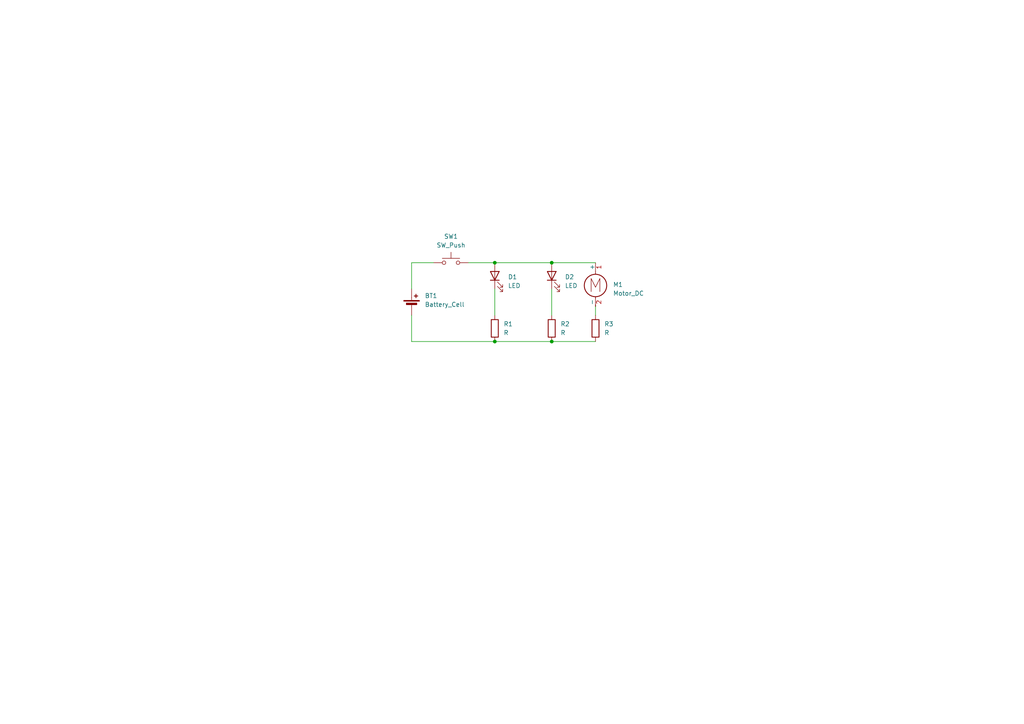
<source format=kicad_sch>
(kicad_sch
	(version 20250114)
	(generator "eeschema")
	(generator_version "9.0")
	(uuid "09e155f9-fa91-4a06-bd65-8f8f75215277")
	(paper "A4")
	(lib_symbols
		(symbol "Device:Battery_Cell"
			(pin_numbers
				(hide yes)
			)
			(pin_names
				(offset 0)
				(hide yes)
			)
			(exclude_from_sim no)
			(in_bom yes)
			(on_board yes)
			(property "Reference" "BT"
				(at 2.54 2.54 0)
				(effects
					(font
						(size 1.27 1.27)
					)
					(justify left)
				)
			)
			(property "Value" "Battery_Cell"
				(at 2.54 0 0)
				(effects
					(font
						(size 1.27 1.27)
					)
					(justify left)
				)
			)
			(property "Footprint" ""
				(at 0 1.524 90)
				(effects
					(font
						(size 1.27 1.27)
					)
					(hide yes)
				)
			)
			(property "Datasheet" "~"
				(at 0 1.524 90)
				(effects
					(font
						(size 1.27 1.27)
					)
					(hide yes)
				)
			)
			(property "Description" "Single-cell battery"
				(at 0 0 0)
				(effects
					(font
						(size 1.27 1.27)
					)
					(hide yes)
				)
			)
			(property "ki_keywords" "battery cell"
				(at 0 0 0)
				(effects
					(font
						(size 1.27 1.27)
					)
					(hide yes)
				)
			)
			(symbol "Battery_Cell_0_1"
				(rectangle
					(start -2.286 1.778)
					(end 2.286 1.524)
					(stroke
						(width 0)
						(type default)
					)
					(fill
						(type outline)
					)
				)
				(rectangle
					(start -1.524 1.016)
					(end 1.524 0.508)
					(stroke
						(width 0)
						(type default)
					)
					(fill
						(type outline)
					)
				)
				(polyline
					(pts
						(xy 0 1.778) (xy 0 2.54)
					)
					(stroke
						(width 0)
						(type default)
					)
					(fill
						(type none)
					)
				)
				(polyline
					(pts
						(xy 0 0.762) (xy 0 0)
					)
					(stroke
						(width 0)
						(type default)
					)
					(fill
						(type none)
					)
				)
				(polyline
					(pts
						(xy 0.762 3.048) (xy 1.778 3.048)
					)
					(stroke
						(width 0.254)
						(type default)
					)
					(fill
						(type none)
					)
				)
				(polyline
					(pts
						(xy 1.27 3.556) (xy 1.27 2.54)
					)
					(stroke
						(width 0.254)
						(type default)
					)
					(fill
						(type none)
					)
				)
			)
			(symbol "Battery_Cell_1_1"
				(pin passive line
					(at 0 5.08 270)
					(length 2.54)
					(name "+"
						(effects
							(font
								(size 1.27 1.27)
							)
						)
					)
					(number "1"
						(effects
							(font
								(size 1.27 1.27)
							)
						)
					)
				)
				(pin passive line
					(at 0 -2.54 90)
					(length 2.54)
					(name "-"
						(effects
							(font
								(size 1.27 1.27)
							)
						)
					)
					(number "2"
						(effects
							(font
								(size 1.27 1.27)
							)
						)
					)
				)
			)
			(embedded_fonts no)
		)
		(symbol "Device:LED"
			(pin_numbers
				(hide yes)
			)
			(pin_names
				(offset 1.016)
				(hide yes)
			)
			(exclude_from_sim no)
			(in_bom yes)
			(on_board yes)
			(property "Reference" "D"
				(at 0 2.54 0)
				(effects
					(font
						(size 1.27 1.27)
					)
				)
			)
			(property "Value" "LED"
				(at 0 -2.54 0)
				(effects
					(font
						(size 1.27 1.27)
					)
				)
			)
			(property "Footprint" ""
				(at 0 0 0)
				(effects
					(font
						(size 1.27 1.27)
					)
					(hide yes)
				)
			)
			(property "Datasheet" "~"
				(at 0 0 0)
				(effects
					(font
						(size 1.27 1.27)
					)
					(hide yes)
				)
			)
			(property "Description" "Light emitting diode"
				(at 0 0 0)
				(effects
					(font
						(size 1.27 1.27)
					)
					(hide yes)
				)
			)
			(property "Sim.Pins" "1=K 2=A"
				(at 0 0 0)
				(effects
					(font
						(size 1.27 1.27)
					)
					(hide yes)
				)
			)
			(property "ki_keywords" "LED diode"
				(at 0 0 0)
				(effects
					(font
						(size 1.27 1.27)
					)
					(hide yes)
				)
			)
			(property "ki_fp_filters" "LED* LED_SMD:* LED_THT:*"
				(at 0 0 0)
				(effects
					(font
						(size 1.27 1.27)
					)
					(hide yes)
				)
			)
			(symbol "LED_0_1"
				(polyline
					(pts
						(xy -3.048 -0.762) (xy -4.572 -2.286) (xy -3.81 -2.286) (xy -4.572 -2.286) (xy -4.572 -1.524)
					)
					(stroke
						(width 0)
						(type default)
					)
					(fill
						(type none)
					)
				)
				(polyline
					(pts
						(xy -1.778 -0.762) (xy -3.302 -2.286) (xy -2.54 -2.286) (xy -3.302 -2.286) (xy -3.302 -1.524)
					)
					(stroke
						(width 0)
						(type default)
					)
					(fill
						(type none)
					)
				)
				(polyline
					(pts
						(xy -1.27 0) (xy 1.27 0)
					)
					(stroke
						(width 0)
						(type default)
					)
					(fill
						(type none)
					)
				)
				(polyline
					(pts
						(xy -1.27 -1.27) (xy -1.27 1.27)
					)
					(stroke
						(width 0.254)
						(type default)
					)
					(fill
						(type none)
					)
				)
				(polyline
					(pts
						(xy 1.27 -1.27) (xy 1.27 1.27) (xy -1.27 0) (xy 1.27 -1.27)
					)
					(stroke
						(width 0.254)
						(type default)
					)
					(fill
						(type none)
					)
				)
			)
			(symbol "LED_1_1"
				(pin passive line
					(at -3.81 0 0)
					(length 2.54)
					(name "K"
						(effects
							(font
								(size 1.27 1.27)
							)
						)
					)
					(number "1"
						(effects
							(font
								(size 1.27 1.27)
							)
						)
					)
				)
				(pin passive line
					(at 3.81 0 180)
					(length 2.54)
					(name "A"
						(effects
							(font
								(size 1.27 1.27)
							)
						)
					)
					(number "2"
						(effects
							(font
								(size 1.27 1.27)
							)
						)
					)
				)
			)
			(embedded_fonts no)
		)
		(symbol "Device:R"
			(pin_numbers
				(hide yes)
			)
			(pin_names
				(offset 0)
			)
			(exclude_from_sim no)
			(in_bom yes)
			(on_board yes)
			(property "Reference" "R"
				(at 2.032 0 90)
				(effects
					(font
						(size 1.27 1.27)
					)
				)
			)
			(property "Value" "R"
				(at 0 0 90)
				(effects
					(font
						(size 1.27 1.27)
					)
				)
			)
			(property "Footprint" ""
				(at -1.778 0 90)
				(effects
					(font
						(size 1.27 1.27)
					)
					(hide yes)
				)
			)
			(property "Datasheet" "~"
				(at 0 0 0)
				(effects
					(font
						(size 1.27 1.27)
					)
					(hide yes)
				)
			)
			(property "Description" "Resistor"
				(at 0 0 0)
				(effects
					(font
						(size 1.27 1.27)
					)
					(hide yes)
				)
			)
			(property "ki_keywords" "R res resistor"
				(at 0 0 0)
				(effects
					(font
						(size 1.27 1.27)
					)
					(hide yes)
				)
			)
			(property "ki_fp_filters" "R_*"
				(at 0 0 0)
				(effects
					(font
						(size 1.27 1.27)
					)
					(hide yes)
				)
			)
			(symbol "R_0_1"
				(rectangle
					(start -1.016 -2.54)
					(end 1.016 2.54)
					(stroke
						(width 0.254)
						(type default)
					)
					(fill
						(type none)
					)
				)
			)
			(symbol "R_1_1"
				(pin passive line
					(at 0 3.81 270)
					(length 1.27)
					(name "~"
						(effects
							(font
								(size 1.27 1.27)
							)
						)
					)
					(number "1"
						(effects
							(font
								(size 1.27 1.27)
							)
						)
					)
				)
				(pin passive line
					(at 0 -3.81 90)
					(length 1.27)
					(name "~"
						(effects
							(font
								(size 1.27 1.27)
							)
						)
					)
					(number "2"
						(effects
							(font
								(size 1.27 1.27)
							)
						)
					)
				)
			)
			(embedded_fonts no)
		)
		(symbol "Motor:Motor_DC"
			(pin_names
				(offset 0)
			)
			(exclude_from_sim no)
			(in_bom yes)
			(on_board yes)
			(property "Reference" "M"
				(at 2.54 2.54 0)
				(effects
					(font
						(size 1.27 1.27)
					)
					(justify left)
				)
			)
			(property "Value" "Motor_DC"
				(at 2.54 -5.08 0)
				(effects
					(font
						(size 1.27 1.27)
					)
					(justify left top)
				)
			)
			(property "Footprint" ""
				(at 0 -2.286 0)
				(effects
					(font
						(size 1.27 1.27)
					)
					(hide yes)
				)
			)
			(property "Datasheet" "~"
				(at 0 -2.286 0)
				(effects
					(font
						(size 1.27 1.27)
					)
					(hide yes)
				)
			)
			(property "Description" "DC Motor"
				(at 0 0 0)
				(effects
					(font
						(size 1.27 1.27)
					)
					(hide yes)
				)
			)
			(property "ki_keywords" "DC Motor"
				(at 0 0 0)
				(effects
					(font
						(size 1.27 1.27)
					)
					(hide yes)
				)
			)
			(property "ki_fp_filters" "PinHeader*P2.54mm* TerminalBlock*"
				(at 0 0 0)
				(effects
					(font
						(size 1.27 1.27)
					)
					(hide yes)
				)
			)
			(symbol "Motor_DC_0_0"
				(polyline
					(pts
						(xy -1.27 -3.302) (xy -1.27 0.508) (xy 0 -2.032) (xy 1.27 0.508) (xy 1.27 -3.302)
					)
					(stroke
						(width 0)
						(type default)
					)
					(fill
						(type none)
					)
				)
			)
			(symbol "Motor_DC_0_1"
				(polyline
					(pts
						(xy 0 2.032) (xy 0 2.54)
					)
					(stroke
						(width 0)
						(type default)
					)
					(fill
						(type none)
					)
				)
				(polyline
					(pts
						(xy 0 1.7272) (xy 0 2.0828)
					)
					(stroke
						(width 0)
						(type default)
					)
					(fill
						(type none)
					)
				)
				(circle
					(center 0 -1.524)
					(radius 3.2512)
					(stroke
						(width 0.254)
						(type default)
					)
					(fill
						(type none)
					)
				)
				(polyline
					(pts
						(xy 0 -4.7752) (xy 0 -5.1816)
					)
					(stroke
						(width 0)
						(type default)
					)
					(fill
						(type none)
					)
				)
				(polyline
					(pts
						(xy 0 -7.62) (xy 0 -7.112)
					)
					(stroke
						(width 0)
						(type default)
					)
					(fill
						(type none)
					)
				)
			)
			(symbol "Motor_DC_1_1"
				(pin passive line
					(at 0 5.08 270)
					(length 2.54)
					(name "+"
						(effects
							(font
								(size 1.27 1.27)
							)
						)
					)
					(number "1"
						(effects
							(font
								(size 1.27 1.27)
							)
						)
					)
				)
				(pin passive line
					(at 0 -7.62 90)
					(length 2.54)
					(name "-"
						(effects
							(font
								(size 1.27 1.27)
							)
						)
					)
					(number "2"
						(effects
							(font
								(size 1.27 1.27)
							)
						)
					)
				)
			)
			(embedded_fonts no)
		)
		(symbol "Switch:SW_Push"
			(pin_numbers
				(hide yes)
			)
			(pin_names
				(offset 1.016)
				(hide yes)
			)
			(exclude_from_sim no)
			(in_bom yes)
			(on_board yes)
			(property "Reference" "SW"
				(at 1.27 2.54 0)
				(effects
					(font
						(size 1.27 1.27)
					)
					(justify left)
				)
			)
			(property "Value" "SW_Push"
				(at 0 -1.524 0)
				(effects
					(font
						(size 1.27 1.27)
					)
				)
			)
			(property "Footprint" ""
				(at 0 5.08 0)
				(effects
					(font
						(size 1.27 1.27)
					)
					(hide yes)
				)
			)
			(property "Datasheet" "~"
				(at 0 5.08 0)
				(effects
					(font
						(size 1.27 1.27)
					)
					(hide yes)
				)
			)
			(property "Description" "Push button switch, generic, two pins"
				(at 0 0 0)
				(effects
					(font
						(size 1.27 1.27)
					)
					(hide yes)
				)
			)
			(property "ki_keywords" "switch normally-open pushbutton push-button"
				(at 0 0 0)
				(effects
					(font
						(size 1.27 1.27)
					)
					(hide yes)
				)
			)
			(symbol "SW_Push_0_1"
				(circle
					(center -2.032 0)
					(radius 0.508)
					(stroke
						(width 0)
						(type default)
					)
					(fill
						(type none)
					)
				)
				(polyline
					(pts
						(xy 0 1.27) (xy 0 3.048)
					)
					(stroke
						(width 0)
						(type default)
					)
					(fill
						(type none)
					)
				)
				(circle
					(center 2.032 0)
					(radius 0.508)
					(stroke
						(width 0)
						(type default)
					)
					(fill
						(type none)
					)
				)
				(polyline
					(pts
						(xy 2.54 1.27) (xy -2.54 1.27)
					)
					(stroke
						(width 0)
						(type default)
					)
					(fill
						(type none)
					)
				)
				(pin passive line
					(at -5.08 0 0)
					(length 2.54)
					(name "1"
						(effects
							(font
								(size 1.27 1.27)
							)
						)
					)
					(number "1"
						(effects
							(font
								(size 1.27 1.27)
							)
						)
					)
				)
				(pin passive line
					(at 5.08 0 180)
					(length 2.54)
					(name "2"
						(effects
							(font
								(size 1.27 1.27)
							)
						)
					)
					(number "2"
						(effects
							(font
								(size 1.27 1.27)
							)
						)
					)
				)
			)
			(embedded_fonts no)
		)
	)
	(junction
		(at 143.51 76.2)
		(diameter 0)
		(color 0 0 0 0)
		(uuid "3295ce3c-c3cf-4071-b0d6-b0ae7fded95a")
	)
	(junction
		(at 160.02 99.06)
		(diameter 0)
		(color 0 0 0 0)
		(uuid "6cb867d6-e0c8-414c-b6e7-f452e3efc1f9")
	)
	(junction
		(at 143.51 99.06)
		(diameter 0)
		(color 0 0 0 0)
		(uuid "79982b54-a02a-492d-b7d0-922b44c34cba")
	)
	(junction
		(at 160.02 76.2)
		(diameter 0)
		(color 0 0 0 0)
		(uuid "d7872a91-dffe-44eb-8d6d-1d438f375b6a")
	)
	(wire
		(pts
			(xy 143.51 99.06) (xy 160.02 99.06)
		)
		(stroke
			(width 0)
			(type default)
		)
		(uuid "06d2d433-dd7b-49da-8ec0-e0b9ecf42da6")
	)
	(wire
		(pts
			(xy 160.02 83.82) (xy 160.02 91.44)
		)
		(stroke
			(width 0)
			(type default)
		)
		(uuid "1f1b706a-8000-4465-93e5-ce6d1ccde449")
	)
	(wire
		(pts
			(xy 143.51 76.2) (xy 160.02 76.2)
		)
		(stroke
			(width 0)
			(type default)
		)
		(uuid "336f764d-708e-41c1-8307-4290e980f68a")
	)
	(wire
		(pts
			(xy 160.02 76.2) (xy 172.72 76.2)
		)
		(stroke
			(width 0)
			(type default)
		)
		(uuid "603f4474-4de6-46f9-a81b-05bcb5b3be8c")
	)
	(wire
		(pts
			(xy 119.38 91.44) (xy 119.38 99.06)
		)
		(stroke
			(width 0)
			(type default)
		)
		(uuid "7ab0fa4d-46e5-4f11-b4c9-9cf871abc580")
	)
	(wire
		(pts
			(xy 172.72 88.9) (xy 172.72 91.44)
		)
		(stroke
			(width 0)
			(type default)
		)
		(uuid "7e325b7d-7e7c-409f-a1fb-3ec204f2065d")
	)
	(wire
		(pts
			(xy 135.89 76.2) (xy 143.51 76.2)
		)
		(stroke
			(width 0)
			(type default)
		)
		(uuid "8d4f3727-bac3-4c64-9e21-54b8937f8bdd")
	)
	(wire
		(pts
			(xy 119.38 83.82) (xy 119.38 76.2)
		)
		(stroke
			(width 0)
			(type default)
		)
		(uuid "a6f30774-5f7d-4022-aa9c-7ecf138fc232")
	)
	(wire
		(pts
			(xy 160.02 99.06) (xy 172.72 99.06)
		)
		(stroke
			(width 0)
			(type default)
		)
		(uuid "b089d2d5-b044-4448-8f85-19fe2c241ff9")
	)
	(wire
		(pts
			(xy 143.51 83.82) (xy 143.51 91.44)
		)
		(stroke
			(width 0)
			(type default)
		)
		(uuid "b7076d31-b938-4bab-85ac-d0b6648e20bd")
	)
	(wire
		(pts
			(xy 119.38 99.06) (xy 143.51 99.06)
		)
		(stroke
			(width 0)
			(type default)
		)
		(uuid "d3d1d38c-5eea-4448-82ba-7b0791ced432")
	)
	(wire
		(pts
			(xy 119.38 76.2) (xy 125.73 76.2)
		)
		(stroke
			(width 0)
			(type default)
		)
		(uuid "df9fbfc4-c331-4306-8223-2b5fa32bcfd9")
	)
	(symbol
		(lib_id "Device:Battery_Cell")
		(at 119.38 88.9 0)
		(unit 1)
		(exclude_from_sim no)
		(in_bom yes)
		(on_board yes)
		(dnp no)
		(fields_autoplaced yes)
		(uuid "0db9d740-6784-48af-a745-6a365552b354")
		(property "Reference" "BT1"
			(at 123.19 85.7884 0)
			(effects
				(font
					(size 1.27 1.27)
				)
				(justify left)
			)
		)
		(property "Value" "Battery_Cell"
			(at 123.19 88.3284 0)
			(effects
				(font
					(size 1.27 1.27)
				)
				(justify left)
			)
		)
		(property "Footprint" "Battery:BatteryHolder_Keystone_3034_1x20mm"
			(at 119.38 87.376 90)
			(effects
				(font
					(size 1.27 1.27)
				)
				(hide yes)
			)
		)
		(property "Datasheet" "~"
			(at 119.38 87.376 90)
			(effects
				(font
					(size 1.27 1.27)
				)
				(hide yes)
			)
		)
		(property "Description" "Single-cell battery"
			(at 119.38 88.9 0)
			(effects
				(font
					(size 1.27 1.27)
				)
				(hide yes)
			)
		)
		(pin "2"
			(uuid "e4179f3e-ff08-4a46-9e98-020498ab61ab")
		)
		(pin "1"
			(uuid "0c253970-be8f-4c85-8ae6-28397ee1deda")
		)
		(instances
			(project ""
				(path "/09e155f9-fa91-4a06-bd65-8f8f75215277"
					(reference "BT1")
					(unit 1)
				)
			)
		)
	)
	(symbol
		(lib_id "Device:R")
		(at 172.72 95.25 0)
		(unit 1)
		(exclude_from_sim no)
		(in_bom yes)
		(on_board yes)
		(dnp no)
		(fields_autoplaced yes)
		(uuid "324f9d0e-70f6-4207-b64a-44005808a80c")
		(property "Reference" "R3"
			(at 175.26 93.9799 0)
			(effects
				(font
					(size 1.27 1.27)
				)
				(justify left)
			)
		)
		(property "Value" "R"
			(at 175.26 96.5199 0)
			(effects
				(font
					(size 1.27 1.27)
				)
				(justify left)
			)
		)
		(property "Footprint" "Resistor_THT:R_Axial_DIN0207_L6.3mm_D2.5mm_P7.62mm_Horizontal"
			(at 170.942 95.25 90)
			(effects
				(font
					(size 1.27 1.27)
				)
				(hide yes)
			)
		)
		(property "Datasheet" "~"
			(at 172.72 95.25 0)
			(effects
				(font
					(size 1.27 1.27)
				)
				(hide yes)
			)
		)
		(property "Description" "Resistor"
			(at 172.72 95.25 0)
			(effects
				(font
					(size 1.27 1.27)
				)
				(hide yes)
			)
		)
		(pin "1"
			(uuid "54f9178c-9174-4348-bba1-30b6615f2b06")
		)
		(pin "2"
			(uuid "96c4bee8-463c-4fdd-9dd2-e289c0e9663d")
		)
		(instances
			(project ""
				(path "/09e155f9-fa91-4a06-bd65-8f8f75215277"
					(reference "R3")
					(unit 1)
				)
			)
		)
	)
	(symbol
		(lib_id "Device:R")
		(at 160.02 95.25 0)
		(unit 1)
		(exclude_from_sim no)
		(in_bom yes)
		(on_board yes)
		(dnp no)
		(fields_autoplaced yes)
		(uuid "5da1656f-aa08-40fb-8eab-c997354e7955")
		(property "Reference" "R2"
			(at 162.56 93.9799 0)
			(effects
				(font
					(size 1.27 1.27)
				)
				(justify left)
			)
		)
		(property "Value" "R"
			(at 162.56 96.5199 0)
			(effects
				(font
					(size 1.27 1.27)
				)
				(justify left)
			)
		)
		(property "Footprint" "Resistor_THT:R_Axial_DIN0207_L6.3mm_D2.5mm_P7.62mm_Horizontal"
			(at 158.242 95.25 90)
			(effects
				(font
					(size 1.27 1.27)
				)
				(hide yes)
			)
		)
		(property "Datasheet" "~"
			(at 160.02 95.25 0)
			(effects
				(font
					(size 1.27 1.27)
				)
				(hide yes)
			)
		)
		(property "Description" "Resistor"
			(at 160.02 95.25 0)
			(effects
				(font
					(size 1.27 1.27)
				)
				(hide yes)
			)
		)
		(pin "1"
			(uuid "fe98d8bc-75c5-4928-b092-054f39167067")
		)
		(pin "2"
			(uuid "bf8b5bf0-3e02-4b95-ab85-dc9c26d5b903")
		)
		(instances
			(project ""
				(path "/09e155f9-fa91-4a06-bd65-8f8f75215277"
					(reference "R2")
					(unit 1)
				)
			)
		)
	)
	(symbol
		(lib_id "Switch:SW_Push")
		(at 130.81 76.2 0)
		(unit 1)
		(exclude_from_sim no)
		(in_bom yes)
		(on_board yes)
		(dnp no)
		(fields_autoplaced yes)
		(uuid "72eb5660-4ab7-4096-8379-13653c4f5f71")
		(property "Reference" "SW1"
			(at 130.81 68.58 0)
			(effects
				(font
					(size 1.27 1.27)
				)
			)
		)
		(property "Value" "SW_Push"
			(at 130.81 71.12 0)
			(effects
				(font
					(size 1.27 1.27)
				)
			)
		)
		(property "Footprint" "Button_Switch_THT:SW_PUSH_6mm"
			(at 130.81 71.12 0)
			(effects
				(font
					(size 1.27 1.27)
				)
				(hide yes)
			)
		)
		(property "Datasheet" "~"
			(at 130.81 71.12 0)
			(effects
				(font
					(size 1.27 1.27)
				)
				(hide yes)
			)
		)
		(property "Description" "Push button switch, generic, two pins"
			(at 130.81 76.2 0)
			(effects
				(font
					(size 1.27 1.27)
				)
				(hide yes)
			)
		)
		(pin "1"
			(uuid "19b7bf8a-bcdc-4a14-b7a5-7b6696ba3dd1")
		)
		(pin "2"
			(uuid "7d32ead8-ef2a-4d43-a8c1-a1121e22902a")
		)
		(instances
			(project ""
				(path "/09e155f9-fa91-4a06-bd65-8f8f75215277"
					(reference "SW1")
					(unit 1)
				)
			)
		)
	)
	(symbol
		(lib_id "Device:LED")
		(at 143.51 80.01 90)
		(unit 1)
		(exclude_from_sim no)
		(in_bom yes)
		(on_board yes)
		(dnp no)
		(fields_autoplaced yes)
		(uuid "88df0337-d145-487b-8880-04cf2f926931")
		(property "Reference" "D1"
			(at 147.32 80.3274 90)
			(effects
				(font
					(size 1.27 1.27)
				)
				(justify right)
			)
		)
		(property "Value" "LED"
			(at 147.32 82.8674 90)
			(effects
				(font
					(size 1.27 1.27)
				)
				(justify right)
			)
		)
		(property "Footprint" "LED_THT:LED_D5.0mm"
			(at 143.51 80.01 0)
			(effects
				(font
					(size 1.27 1.27)
				)
				(hide yes)
			)
		)
		(property "Datasheet" "~"
			(at 143.51 80.01 0)
			(effects
				(font
					(size 1.27 1.27)
				)
				(hide yes)
			)
		)
		(property "Description" "Light emitting diode"
			(at 143.51 80.01 0)
			(effects
				(font
					(size 1.27 1.27)
				)
				(hide yes)
			)
		)
		(property "Sim.Pins" "1=K 2=A"
			(at 143.51 80.01 0)
			(effects
				(font
					(size 1.27 1.27)
				)
				(hide yes)
			)
		)
		(pin "2"
			(uuid "26769add-5cf4-4d92-ae14-89601f8a246e")
		)
		(pin "1"
			(uuid "12b9fab5-718d-4207-91f5-5448638a4884")
		)
		(instances
			(project ""
				(path "/09e155f9-fa91-4a06-bd65-8f8f75215277"
					(reference "D1")
					(unit 1)
				)
			)
		)
	)
	(symbol
		(lib_id "Device:R")
		(at 143.51 95.25 180)
		(unit 1)
		(exclude_from_sim no)
		(in_bom yes)
		(on_board yes)
		(dnp no)
		(fields_autoplaced yes)
		(uuid "983f54dd-e9bc-41b6-bc2c-9d4bd6fd1a31")
		(property "Reference" "R1"
			(at 146.05 93.9799 0)
			(effects
				(font
					(size 1.27 1.27)
				)
				(justify right)
			)
		)
		(property "Value" "R"
			(at 146.05 96.5199 0)
			(effects
				(font
					(size 1.27 1.27)
				)
				(justify right)
			)
		)
		(property "Footprint" "Resistor_THT:R_Axial_DIN0207_L6.3mm_D2.5mm_P7.62mm_Horizontal"
			(at 145.288 95.25 90)
			(effects
				(font
					(size 1.27 1.27)
				)
				(hide yes)
			)
		)
		(property "Datasheet" "~"
			(at 143.51 95.25 0)
			(effects
				(font
					(size 1.27 1.27)
				)
				(hide yes)
			)
		)
		(property "Description" "Resistor"
			(at 143.51 95.25 0)
			(effects
				(font
					(size 1.27 1.27)
				)
				(hide yes)
			)
		)
		(pin "2"
			(uuid "3f150a28-9851-42b2-bb43-3cc7d8b11640")
		)
		(pin "1"
			(uuid "fe464f23-269c-4ae3-a062-0b3b53d4148f")
		)
		(instances
			(project ""
				(path "/09e155f9-fa91-4a06-bd65-8f8f75215277"
					(reference "R1")
					(unit 1)
				)
			)
		)
	)
	(symbol
		(lib_id "Motor:Motor_DC")
		(at 172.72 81.28 0)
		(unit 1)
		(exclude_from_sim no)
		(in_bom yes)
		(on_board yes)
		(dnp no)
		(fields_autoplaced yes)
		(uuid "c5594635-4d5b-4f35-a788-84dd9ba6b65c")
		(property "Reference" "M1"
			(at 177.8 82.5499 0)
			(effects
				(font
					(size 1.27 1.27)
				)
				(justify left)
			)
		)
		(property "Value" "Motor_DC"
			(at 177.8 85.0899 0)
			(effects
				(font
					(size 1.27 1.27)
				)
				(justify left)
			)
		)
		(property "Footprint" "Connector_PinHeader_2.54mm:PinHeader_1x02_P2.54mm_Vertical"
			(at 172.72 83.566 0)
			(effects
				(font
					(size 1.27 1.27)
				)
				(hide yes)
			)
		)
		(property "Datasheet" "~"
			(at 172.72 83.566 0)
			(effects
				(font
					(size 1.27 1.27)
				)
				(hide yes)
			)
		)
		(property "Description" "DC Motor"
			(at 172.72 81.28 0)
			(effects
				(font
					(size 1.27 1.27)
				)
				(hide yes)
			)
		)
		(pin "2"
			(uuid "396b6055-7303-4246-aa7b-3dcb352ca3ce")
		)
		(pin "1"
			(uuid "be40481c-9927-42b0-92b0-448b424fd044")
		)
		(instances
			(project ""
				(path "/09e155f9-fa91-4a06-bd65-8f8f75215277"
					(reference "M1")
					(unit 1)
				)
			)
		)
	)
	(symbol
		(lib_id "Device:LED")
		(at 160.02 80.01 90)
		(unit 1)
		(exclude_from_sim no)
		(in_bom yes)
		(on_board yes)
		(dnp no)
		(fields_autoplaced yes)
		(uuid "d8d99ba9-8983-4f9a-8d4c-534a14f79e9f")
		(property "Reference" "D2"
			(at 163.83 80.3274 90)
			(effects
				(font
					(size 1.27 1.27)
				)
				(justify right)
			)
		)
		(property "Value" "LED"
			(at 163.83 82.8674 90)
			(effects
				(font
					(size 1.27 1.27)
				)
				(justify right)
			)
		)
		(property "Footprint" "LED_THT:LED_D5.0mm"
			(at 160.02 80.01 0)
			(effects
				(font
					(size 1.27 1.27)
				)
				(hide yes)
			)
		)
		(property "Datasheet" "~"
			(at 160.02 80.01 0)
			(effects
				(font
					(size 1.27 1.27)
				)
				(hide yes)
			)
		)
		(property "Description" "Light emitting diode"
			(at 160.02 80.01 0)
			(effects
				(font
					(size 1.27 1.27)
				)
				(hide yes)
			)
		)
		(property "Sim.Pins" "1=K 2=A"
			(at 160.02 80.01 0)
			(effects
				(font
					(size 1.27 1.27)
				)
				(hide yes)
			)
		)
		(pin "1"
			(uuid "2b094228-4a3c-4b6b-a23a-dd8608d93379")
		)
		(pin "2"
			(uuid "37b263c7-178f-4437-9a86-adbf9796d7d5")
		)
		(instances
			(project ""
				(path "/09e155f9-fa91-4a06-bd65-8f8f75215277"
					(reference "D2")
					(unit 1)
				)
			)
		)
	)
	(sheet_instances
		(path "/"
			(page "1")
		)
	)
	(embedded_fonts no)
)

</source>
